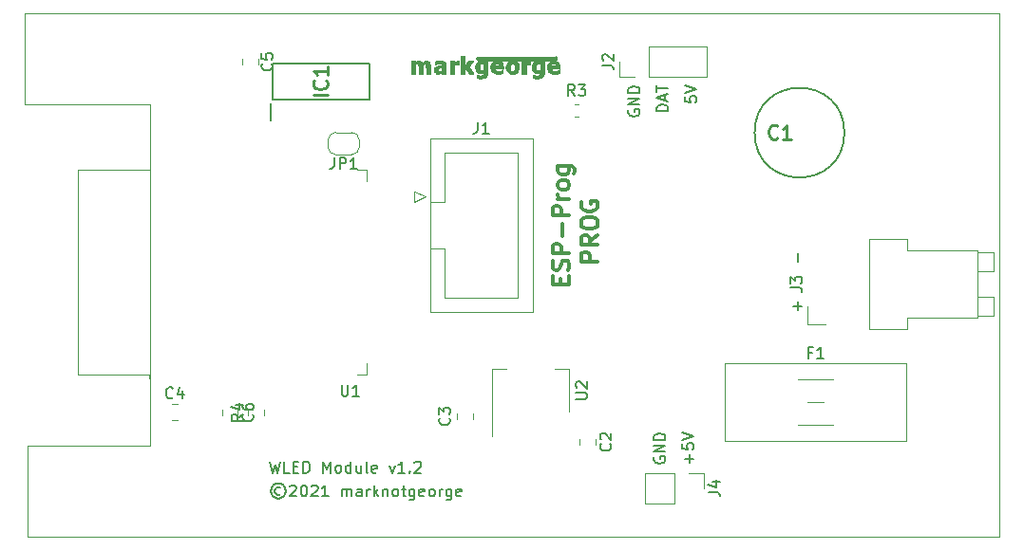
<source format=gbr>
%TF.GenerationSoftware,KiCad,Pcbnew,(5.1.4)-1*%
%TF.CreationDate,2021-02-10T09:57:32+00:00*%
%TF.ProjectId,WLED Module,574c4544-204d-46f6-9475-6c652e6b6963,rev?*%
%TF.SameCoordinates,Original*%
%TF.FileFunction,Legend,Top*%
%TF.FilePolarity,Positive*%
%FSLAX46Y46*%
G04 Gerber Fmt 4.6, Leading zero omitted, Abs format (unit mm)*
G04 Created by KiCad (PCBNEW (5.1.4)-1) date 2021-02-10 09:57:32*
%MOMM*%
%LPD*%
G04 APERTURE LIST*
%ADD10C,0.300000*%
%ADD11C,0.150000*%
%ADD12C,0.050000*%
%ADD13C,0.010000*%
%ADD14C,0.120000*%
%ADD15C,0.200000*%
%ADD16C,0.254000*%
G04 APERTURE END LIST*
D10*
X220217857Y-107530714D02*
X220217857Y-107030714D01*
X221003571Y-106816428D02*
X221003571Y-107530714D01*
X219503571Y-107530714D01*
X219503571Y-106816428D01*
X220932142Y-106245000D02*
X221003571Y-106030714D01*
X221003571Y-105673571D01*
X220932142Y-105530714D01*
X220860714Y-105459285D01*
X220717857Y-105387857D01*
X220575000Y-105387857D01*
X220432142Y-105459285D01*
X220360714Y-105530714D01*
X220289285Y-105673571D01*
X220217857Y-105959285D01*
X220146428Y-106102142D01*
X220075000Y-106173571D01*
X219932142Y-106245000D01*
X219789285Y-106245000D01*
X219646428Y-106173571D01*
X219575000Y-106102142D01*
X219503571Y-105959285D01*
X219503571Y-105602142D01*
X219575000Y-105387857D01*
X221003571Y-104745000D02*
X219503571Y-104745000D01*
X219503571Y-104173571D01*
X219575000Y-104030714D01*
X219646428Y-103959285D01*
X219789285Y-103887857D01*
X220003571Y-103887857D01*
X220146428Y-103959285D01*
X220217857Y-104030714D01*
X220289285Y-104173571D01*
X220289285Y-104745000D01*
X220432142Y-103245000D02*
X220432142Y-102102142D01*
X221003571Y-101387857D02*
X219503571Y-101387857D01*
X219503571Y-100816428D01*
X219575000Y-100673571D01*
X219646428Y-100602142D01*
X219789285Y-100530714D01*
X220003571Y-100530714D01*
X220146428Y-100602142D01*
X220217857Y-100673571D01*
X220289285Y-100816428D01*
X220289285Y-101387857D01*
X221003571Y-99887857D02*
X220003571Y-99887857D01*
X220289285Y-99887857D02*
X220146428Y-99816428D01*
X220075000Y-99745000D01*
X220003571Y-99602142D01*
X220003571Y-99459285D01*
X221003571Y-98745000D02*
X220932142Y-98887857D01*
X220860714Y-98959285D01*
X220717857Y-99030714D01*
X220289285Y-99030714D01*
X220146428Y-98959285D01*
X220075000Y-98887857D01*
X220003571Y-98745000D01*
X220003571Y-98530714D01*
X220075000Y-98387857D01*
X220146428Y-98316428D01*
X220289285Y-98245000D01*
X220717857Y-98245000D01*
X220860714Y-98316428D01*
X220932142Y-98387857D01*
X221003571Y-98530714D01*
X221003571Y-98745000D01*
X220003571Y-96959285D02*
X221217857Y-96959285D01*
X221360714Y-97030714D01*
X221432142Y-97102142D01*
X221503571Y-97245000D01*
X221503571Y-97459285D01*
X221432142Y-97602142D01*
X220932142Y-96959285D02*
X221003571Y-97102142D01*
X221003571Y-97387857D01*
X220932142Y-97530714D01*
X220860714Y-97602142D01*
X220717857Y-97673571D01*
X220289285Y-97673571D01*
X220146428Y-97602142D01*
X220075000Y-97530714D01*
X220003571Y-97387857D01*
X220003571Y-97102142D01*
X220075000Y-96959285D01*
X223553571Y-105495000D02*
X222053571Y-105495000D01*
X222053571Y-104923571D01*
X222125000Y-104780714D01*
X222196428Y-104709285D01*
X222339285Y-104637857D01*
X222553571Y-104637857D01*
X222696428Y-104709285D01*
X222767857Y-104780714D01*
X222839285Y-104923571D01*
X222839285Y-105495000D01*
X223553571Y-103137857D02*
X222839285Y-103637857D01*
X223553571Y-103995000D02*
X222053571Y-103995000D01*
X222053571Y-103423571D01*
X222125000Y-103280714D01*
X222196428Y-103209285D01*
X222339285Y-103137857D01*
X222553571Y-103137857D01*
X222696428Y-103209285D01*
X222767857Y-103280714D01*
X222839285Y-103423571D01*
X222839285Y-103995000D01*
X222053571Y-102209285D02*
X222053571Y-101923571D01*
X222125000Y-101780714D01*
X222267857Y-101637857D01*
X222553571Y-101566428D01*
X223053571Y-101566428D01*
X223339285Y-101637857D01*
X223482142Y-101780714D01*
X223553571Y-101923571D01*
X223553571Y-102209285D01*
X223482142Y-102352142D01*
X223339285Y-102495000D01*
X223053571Y-102566428D01*
X222553571Y-102566428D01*
X222267857Y-102495000D01*
X222125000Y-102352142D01*
X222053571Y-102209285D01*
X222125000Y-100137857D02*
X222053571Y-100280714D01*
X222053571Y-100495000D01*
X222125000Y-100709285D01*
X222267857Y-100852142D01*
X222410714Y-100923571D01*
X222696428Y-100995000D01*
X222910714Y-100995000D01*
X223196428Y-100923571D01*
X223339285Y-100852142D01*
X223482142Y-100709285D01*
X223553571Y-100495000D01*
X223553571Y-100352142D01*
X223482142Y-100137857D01*
X223410714Y-100066428D01*
X222910714Y-100066428D01*
X222910714Y-100352142D01*
D11*
X241371428Y-109854952D02*
X241371428Y-109093047D01*
X241752380Y-109474000D02*
X240990476Y-109474000D01*
X241371428Y-105536952D02*
X241371428Y-104775047D01*
D12*
X254254000Y-130048000D02*
X259334000Y-130048000D01*
X172466000Y-83312000D02*
X259334000Y-83312000D01*
X259334000Y-83312000D02*
X259334000Y-130048000D01*
X183642000Y-91440000D02*
X182880000Y-91440000D01*
D11*
X195257142Y-125690476D02*
X195161904Y-125642857D01*
X194971428Y-125642857D01*
X194876190Y-125690476D01*
X194780952Y-125785714D01*
X194733333Y-125880952D01*
X194733333Y-126071428D01*
X194780952Y-126166666D01*
X194876190Y-126261904D01*
X194971428Y-126309523D01*
X195161904Y-126309523D01*
X195257142Y-126261904D01*
X195066666Y-125309523D02*
X194828571Y-125357142D01*
X194590476Y-125500000D01*
X194447619Y-125738095D01*
X194400000Y-125976190D01*
X194447619Y-126214285D01*
X194590476Y-126452380D01*
X194828571Y-126595238D01*
X195066666Y-126642857D01*
X195304761Y-126595238D01*
X195542857Y-126452380D01*
X195685714Y-126214285D01*
X195733333Y-125976190D01*
X195685714Y-125738095D01*
X195542857Y-125500000D01*
X195304761Y-125357142D01*
X195066666Y-125309523D01*
X196114285Y-125547619D02*
X196161904Y-125500000D01*
X196257142Y-125452380D01*
X196495238Y-125452380D01*
X196590476Y-125500000D01*
X196638095Y-125547619D01*
X196685714Y-125642857D01*
X196685714Y-125738095D01*
X196638095Y-125880952D01*
X196066666Y-126452380D01*
X196685714Y-126452380D01*
X197304761Y-125452380D02*
X197400000Y-125452380D01*
X197495238Y-125500000D01*
X197542857Y-125547619D01*
X197590476Y-125642857D01*
X197638095Y-125833333D01*
X197638095Y-126071428D01*
X197590476Y-126261904D01*
X197542857Y-126357142D01*
X197495238Y-126404761D01*
X197400000Y-126452380D01*
X197304761Y-126452380D01*
X197209523Y-126404761D01*
X197161904Y-126357142D01*
X197114285Y-126261904D01*
X197066666Y-126071428D01*
X197066666Y-125833333D01*
X197114285Y-125642857D01*
X197161904Y-125547619D01*
X197209523Y-125500000D01*
X197304761Y-125452380D01*
X198019047Y-125547619D02*
X198066666Y-125500000D01*
X198161904Y-125452380D01*
X198400000Y-125452380D01*
X198495238Y-125500000D01*
X198542857Y-125547619D01*
X198590476Y-125642857D01*
X198590476Y-125738095D01*
X198542857Y-125880952D01*
X197971428Y-126452380D01*
X198590476Y-126452380D01*
X199542857Y-126452380D02*
X198971428Y-126452380D01*
X199257142Y-126452380D02*
X199257142Y-125452380D01*
X199161904Y-125595238D01*
X199066666Y-125690476D01*
X198971428Y-125738095D01*
X200733333Y-126452380D02*
X200733333Y-125785714D01*
X200733333Y-125880952D02*
X200780952Y-125833333D01*
X200876190Y-125785714D01*
X201019047Y-125785714D01*
X201114285Y-125833333D01*
X201161904Y-125928571D01*
X201161904Y-126452380D01*
X201161904Y-125928571D02*
X201209523Y-125833333D01*
X201304761Y-125785714D01*
X201447619Y-125785714D01*
X201542857Y-125833333D01*
X201590476Y-125928571D01*
X201590476Y-126452380D01*
X202495238Y-126452380D02*
X202495238Y-125928571D01*
X202447619Y-125833333D01*
X202352380Y-125785714D01*
X202161904Y-125785714D01*
X202066666Y-125833333D01*
X202495238Y-126404761D02*
X202400000Y-126452380D01*
X202161904Y-126452380D01*
X202066666Y-126404761D01*
X202019047Y-126309523D01*
X202019047Y-126214285D01*
X202066666Y-126119047D01*
X202161904Y-126071428D01*
X202400000Y-126071428D01*
X202495238Y-126023809D01*
X202971428Y-126452380D02*
X202971428Y-125785714D01*
X202971428Y-125976190D02*
X203019047Y-125880952D01*
X203066666Y-125833333D01*
X203161904Y-125785714D01*
X203257142Y-125785714D01*
X203590476Y-126452380D02*
X203590476Y-125452380D01*
X203685714Y-126071428D02*
X203971428Y-126452380D01*
X203971428Y-125785714D02*
X203590476Y-126166666D01*
X204400000Y-125785714D02*
X204400000Y-126452380D01*
X204400000Y-125880952D02*
X204447619Y-125833333D01*
X204542857Y-125785714D01*
X204685714Y-125785714D01*
X204780952Y-125833333D01*
X204828571Y-125928571D01*
X204828571Y-126452380D01*
X205447619Y-126452380D02*
X205352380Y-126404761D01*
X205304761Y-126357142D01*
X205257142Y-126261904D01*
X205257142Y-125976190D01*
X205304761Y-125880952D01*
X205352380Y-125833333D01*
X205447619Y-125785714D01*
X205590476Y-125785714D01*
X205685714Y-125833333D01*
X205733333Y-125880952D01*
X205780952Y-125976190D01*
X205780952Y-126261904D01*
X205733333Y-126357142D01*
X205685714Y-126404761D01*
X205590476Y-126452380D01*
X205447619Y-126452380D01*
X206066666Y-125785714D02*
X206447619Y-125785714D01*
X206209523Y-125452380D02*
X206209523Y-126309523D01*
X206257142Y-126404761D01*
X206352380Y-126452380D01*
X206447619Y-126452380D01*
X207209523Y-125785714D02*
X207209523Y-126595238D01*
X207161904Y-126690476D01*
X207114285Y-126738095D01*
X207019047Y-126785714D01*
X206876190Y-126785714D01*
X206780952Y-126738095D01*
X207209523Y-126404761D02*
X207114285Y-126452380D01*
X206923809Y-126452380D01*
X206828571Y-126404761D01*
X206780952Y-126357142D01*
X206733333Y-126261904D01*
X206733333Y-125976190D01*
X206780952Y-125880952D01*
X206828571Y-125833333D01*
X206923809Y-125785714D01*
X207114285Y-125785714D01*
X207209523Y-125833333D01*
X208066666Y-126404761D02*
X207971428Y-126452380D01*
X207780952Y-126452380D01*
X207685714Y-126404761D01*
X207638095Y-126309523D01*
X207638095Y-125928571D01*
X207685714Y-125833333D01*
X207780952Y-125785714D01*
X207971428Y-125785714D01*
X208066666Y-125833333D01*
X208114285Y-125928571D01*
X208114285Y-126023809D01*
X207638095Y-126119047D01*
X208685714Y-126452380D02*
X208590476Y-126404761D01*
X208542857Y-126357142D01*
X208495238Y-126261904D01*
X208495238Y-125976190D01*
X208542857Y-125880952D01*
X208590476Y-125833333D01*
X208685714Y-125785714D01*
X208828571Y-125785714D01*
X208923809Y-125833333D01*
X208971428Y-125880952D01*
X209019047Y-125976190D01*
X209019047Y-126261904D01*
X208971428Y-126357142D01*
X208923809Y-126404761D01*
X208828571Y-126452380D01*
X208685714Y-126452380D01*
X209447619Y-126452380D02*
X209447619Y-125785714D01*
X209447619Y-125976190D02*
X209495238Y-125880952D01*
X209542857Y-125833333D01*
X209638095Y-125785714D01*
X209733333Y-125785714D01*
X210495238Y-125785714D02*
X210495238Y-126595238D01*
X210447619Y-126690476D01*
X210400000Y-126738095D01*
X210304761Y-126785714D01*
X210161904Y-126785714D01*
X210066666Y-126738095D01*
X210495238Y-126404761D02*
X210400000Y-126452380D01*
X210209523Y-126452380D01*
X210114285Y-126404761D01*
X210066666Y-126357142D01*
X210019047Y-126261904D01*
X210019047Y-125976190D01*
X210066666Y-125880952D01*
X210114285Y-125833333D01*
X210209523Y-125785714D01*
X210400000Y-125785714D01*
X210495238Y-125833333D01*
X211352380Y-126404761D02*
X211257142Y-126452380D01*
X211066666Y-126452380D01*
X210971428Y-126404761D01*
X210923809Y-126309523D01*
X210923809Y-125928571D01*
X210971428Y-125833333D01*
X211066666Y-125785714D01*
X211257142Y-125785714D01*
X211352380Y-125833333D01*
X211400000Y-125928571D01*
X211400000Y-126023809D01*
X210923809Y-126119047D01*
X194352380Y-123352380D02*
X194590476Y-124352380D01*
X194780952Y-123638095D01*
X194971428Y-124352380D01*
X195209523Y-123352380D01*
X196066666Y-124352380D02*
X195590476Y-124352380D01*
X195590476Y-123352380D01*
X196399999Y-123828571D02*
X196733333Y-123828571D01*
X196876190Y-124352380D02*
X196399999Y-124352380D01*
X196399999Y-123352380D01*
X196876190Y-123352380D01*
X197304761Y-124352380D02*
X197304761Y-123352380D01*
X197542856Y-123352380D01*
X197685714Y-123400000D01*
X197780952Y-123495238D01*
X197828571Y-123590476D01*
X197876190Y-123780952D01*
X197876190Y-123923809D01*
X197828571Y-124114285D01*
X197780952Y-124209523D01*
X197685714Y-124304761D01*
X197542856Y-124352380D01*
X197304761Y-124352380D01*
X199066666Y-124352380D02*
X199066666Y-123352380D01*
X199399999Y-124066666D01*
X199733333Y-123352380D01*
X199733333Y-124352380D01*
X200352380Y-124352380D02*
X200257142Y-124304761D01*
X200209523Y-124257142D01*
X200161904Y-124161904D01*
X200161904Y-123876190D01*
X200209523Y-123780952D01*
X200257142Y-123733333D01*
X200352380Y-123685714D01*
X200495237Y-123685714D01*
X200590476Y-123733333D01*
X200638095Y-123780952D01*
X200685714Y-123876190D01*
X200685714Y-124161904D01*
X200638095Y-124257142D01*
X200590476Y-124304761D01*
X200495237Y-124352380D01*
X200352380Y-124352380D01*
X201542856Y-124352380D02*
X201542856Y-123352380D01*
X201542856Y-124304761D02*
X201447618Y-124352380D01*
X201257142Y-124352380D01*
X201161904Y-124304761D01*
X201114285Y-124257142D01*
X201066666Y-124161904D01*
X201066666Y-123876190D01*
X201114285Y-123780952D01*
X201161904Y-123733333D01*
X201257142Y-123685714D01*
X201447618Y-123685714D01*
X201542856Y-123733333D01*
X202447618Y-123685714D02*
X202447618Y-124352380D01*
X202019047Y-123685714D02*
X202019047Y-124209523D01*
X202066666Y-124304761D01*
X202161904Y-124352380D01*
X202304761Y-124352380D01*
X202399999Y-124304761D01*
X202447618Y-124257142D01*
X203066666Y-124352380D02*
X202971428Y-124304761D01*
X202923809Y-124209523D01*
X202923809Y-123352380D01*
X203828571Y-124304761D02*
X203733333Y-124352380D01*
X203542856Y-124352380D01*
X203447618Y-124304761D01*
X203399999Y-124209523D01*
X203399999Y-123828571D01*
X203447618Y-123733333D01*
X203542856Y-123685714D01*
X203733333Y-123685714D01*
X203828571Y-123733333D01*
X203876190Y-123828571D01*
X203876190Y-123923809D01*
X203399999Y-124019047D01*
X204971428Y-123685714D02*
X205209523Y-124352380D01*
X205447618Y-123685714D01*
X206352380Y-124352380D02*
X205780952Y-124352380D01*
X206066666Y-124352380D02*
X206066666Y-123352380D01*
X205971428Y-123495238D01*
X205876190Y-123590476D01*
X205780952Y-123638095D01*
X206780952Y-124257142D02*
X206828571Y-124304761D01*
X206780952Y-124352380D01*
X206733333Y-124304761D01*
X206780952Y-124257142D01*
X206780952Y-124352380D01*
X207209523Y-123447619D02*
X207257142Y-123400000D01*
X207352380Y-123352380D01*
X207590476Y-123352380D01*
X207685714Y-123400000D01*
X207733333Y-123447619D01*
X207780952Y-123542857D01*
X207780952Y-123638095D01*
X207733333Y-123780952D01*
X207161904Y-124352380D01*
X207780952Y-124352380D01*
X231719428Y-123459714D02*
X231719428Y-122697809D01*
X232100380Y-123078761D02*
X231338476Y-123078761D01*
X231100380Y-121745428D02*
X231100380Y-122221619D01*
X231576571Y-122269238D01*
X231528952Y-122221619D01*
X231481333Y-122126380D01*
X231481333Y-121888285D01*
X231528952Y-121793047D01*
X231576571Y-121745428D01*
X231671809Y-121697809D01*
X231909904Y-121697809D01*
X232005142Y-121745428D01*
X232052761Y-121793047D01*
X232100380Y-121888285D01*
X232100380Y-122126380D01*
X232052761Y-122221619D01*
X232005142Y-122269238D01*
X231100380Y-121412095D02*
X232100380Y-121078761D01*
X231100380Y-120745428D01*
X228608000Y-122935904D02*
X228560380Y-123031142D01*
X228560380Y-123174000D01*
X228608000Y-123316857D01*
X228703238Y-123412095D01*
X228798476Y-123459714D01*
X228988952Y-123507333D01*
X229131809Y-123507333D01*
X229322285Y-123459714D01*
X229417523Y-123412095D01*
X229512761Y-123316857D01*
X229560380Y-123174000D01*
X229560380Y-123078761D01*
X229512761Y-122935904D01*
X229465142Y-122888285D01*
X229131809Y-122888285D01*
X229131809Y-123078761D01*
X229560380Y-122459714D02*
X228560380Y-122459714D01*
X229560380Y-121888285D01*
X228560380Y-121888285D01*
X229560380Y-121412095D02*
X228560380Y-121412095D01*
X228560380Y-121174000D01*
X228608000Y-121031142D01*
X228703238Y-120935904D01*
X228798476Y-120888285D01*
X228988952Y-120840666D01*
X229131809Y-120840666D01*
X229322285Y-120888285D01*
X229417523Y-120935904D01*
X229512761Y-121031142D01*
X229560380Y-121174000D01*
X229560380Y-121412095D01*
X231354380Y-90757428D02*
X231354380Y-91233618D01*
X231830571Y-91281237D01*
X231782952Y-91233618D01*
X231735333Y-91138380D01*
X231735333Y-90900285D01*
X231782952Y-90805047D01*
X231830571Y-90757428D01*
X231925809Y-90709809D01*
X232163904Y-90709809D01*
X232259142Y-90757428D01*
X232306761Y-90805047D01*
X232354380Y-90900285D01*
X232354380Y-91138380D01*
X232306761Y-91233618D01*
X232259142Y-91281237D01*
X231354380Y-90424094D02*
X232354380Y-90090761D01*
X231354380Y-89757428D01*
X229814380Y-92043142D02*
X228814380Y-92043142D01*
X228814380Y-91805047D01*
X228862000Y-91662190D01*
X228957238Y-91566952D01*
X229052476Y-91519333D01*
X229242952Y-91471714D01*
X229385809Y-91471714D01*
X229576285Y-91519333D01*
X229671523Y-91566952D01*
X229766761Y-91662190D01*
X229814380Y-91805047D01*
X229814380Y-92043142D01*
X229528666Y-91090761D02*
X229528666Y-90614571D01*
X229814380Y-91185999D02*
X228814380Y-90852666D01*
X229814380Y-90519333D01*
X228814380Y-90328856D02*
X228814380Y-89757428D01*
X229814380Y-90043142D02*
X228814380Y-90043142D01*
X226322000Y-91947904D02*
X226274380Y-92043142D01*
X226274380Y-92186000D01*
X226322000Y-92328857D01*
X226417238Y-92424095D01*
X226512476Y-92471714D01*
X226702952Y-92519333D01*
X226845809Y-92519333D01*
X227036285Y-92471714D01*
X227131523Y-92424095D01*
X227226761Y-92328857D01*
X227274380Y-92186000D01*
X227274380Y-92090761D01*
X227226761Y-91947904D01*
X227179142Y-91900285D01*
X226845809Y-91900285D01*
X226845809Y-92090761D01*
X227274380Y-91471714D02*
X226274380Y-91471714D01*
X227274380Y-90900285D01*
X226274380Y-90900285D01*
X227274380Y-90424095D02*
X226274380Y-90424095D01*
X226274380Y-90186000D01*
X226322000Y-90043142D01*
X226417238Y-89947904D01*
X226512476Y-89900285D01*
X226702952Y-89852666D01*
X226845809Y-89852666D01*
X227036285Y-89900285D01*
X227131523Y-89947904D01*
X227226761Y-90043142D01*
X227274380Y-90186000D01*
X227274380Y-90424095D01*
D12*
X183642000Y-121920000D02*
X183642000Y-91440000D01*
X182880000Y-121920000D02*
X183642000Y-121920000D01*
X254254000Y-130048000D02*
X172720000Y-130048000D01*
X172466000Y-91440000D02*
X172466000Y-83312000D01*
X182880000Y-91440000D02*
X172466000Y-91440000D01*
X172720000Y-121920000D02*
X182880000Y-121920000D01*
X172720000Y-130048000D02*
X172720000Y-121920000D01*
D13*
G36*
X219797246Y-87178802D02*
G01*
X219827484Y-87192081D01*
X219881338Y-87233757D01*
X219913133Y-87290242D01*
X219922770Y-87353783D01*
X219910153Y-87416623D01*
X219875187Y-87471009D01*
X219831356Y-87503069D01*
X219823896Y-87506203D01*
X219813640Y-87509093D01*
X219799333Y-87511749D01*
X219779722Y-87514179D01*
X219753551Y-87516395D01*
X219719567Y-87518407D01*
X219676516Y-87520223D01*
X219623143Y-87521853D01*
X219558194Y-87523309D01*
X219480414Y-87524599D01*
X219388551Y-87525734D01*
X219281348Y-87526723D01*
X219157553Y-87527576D01*
X219015911Y-87528303D01*
X218855168Y-87528914D01*
X218674069Y-87529419D01*
X218471360Y-87529828D01*
X218245787Y-87530151D01*
X217996097Y-87530397D01*
X217721033Y-87530576D01*
X217419344Y-87530699D01*
X217089773Y-87530775D01*
X216731067Y-87530813D01*
X216341972Y-87530825D01*
X216307500Y-87530825D01*
X215915767Y-87530815D01*
X215554530Y-87530779D01*
X215222534Y-87530707D01*
X214918526Y-87530589D01*
X214641251Y-87530415D01*
X214389455Y-87530175D01*
X214161884Y-87529859D01*
X213957282Y-87529458D01*
X213774398Y-87528961D01*
X213611975Y-87528359D01*
X213468760Y-87527642D01*
X213343498Y-87526800D01*
X213234936Y-87525823D01*
X213141819Y-87524701D01*
X213062893Y-87523425D01*
X212996903Y-87521984D01*
X212942596Y-87520368D01*
X212898717Y-87518568D01*
X212864012Y-87516574D01*
X212837227Y-87514376D01*
X212817107Y-87511964D01*
X212802399Y-87509328D01*
X212791848Y-87506458D01*
X212784199Y-87503344D01*
X212783643Y-87503069D01*
X212731742Y-87461942D01*
X212702902Y-87407601D01*
X212696946Y-87347769D01*
X212713696Y-87290172D01*
X212752976Y-87242536D01*
X212790106Y-87220741D01*
X212799582Y-87218065D01*
X212815504Y-87215598D01*
X212839092Y-87213332D01*
X212871566Y-87211258D01*
X212914147Y-87209368D01*
X212968056Y-87207654D01*
X213034512Y-87206108D01*
X213114737Y-87204722D01*
X213209951Y-87203488D01*
X213321374Y-87202396D01*
X213450227Y-87201440D01*
X213597729Y-87200611D01*
X213765103Y-87199900D01*
X213953568Y-87199300D01*
X214164344Y-87198803D01*
X214398653Y-87198400D01*
X214657714Y-87198083D01*
X214942748Y-87197843D01*
X215254975Y-87197674D01*
X215595617Y-87197565D01*
X215965893Y-87197511D01*
X216256996Y-87197499D01*
X216684843Y-87197443D01*
X217081560Y-87197271D01*
X217447766Y-87196981D01*
X217784080Y-87196570D01*
X218091123Y-87196034D01*
X218369513Y-87195371D01*
X218619870Y-87194577D01*
X218842813Y-87193649D01*
X219038962Y-87192584D01*
X219208937Y-87191380D01*
X219353356Y-87190032D01*
X219472839Y-87188538D01*
X219568006Y-87186895D01*
X219639476Y-87185100D01*
X219687869Y-87183149D01*
X219713804Y-87181039D01*
X219717958Y-87180175D01*
X219758327Y-87171401D01*
X219797246Y-87178802D01*
X219797246Y-87178802D01*
G37*
X219797246Y-87178802D02*
X219827484Y-87192081D01*
X219881338Y-87233757D01*
X219913133Y-87290242D01*
X219922770Y-87353783D01*
X219910153Y-87416623D01*
X219875187Y-87471009D01*
X219831356Y-87503069D01*
X219823896Y-87506203D01*
X219813640Y-87509093D01*
X219799333Y-87511749D01*
X219779722Y-87514179D01*
X219753551Y-87516395D01*
X219719567Y-87518407D01*
X219676516Y-87520223D01*
X219623143Y-87521853D01*
X219558194Y-87523309D01*
X219480414Y-87524599D01*
X219388551Y-87525734D01*
X219281348Y-87526723D01*
X219157553Y-87527576D01*
X219015911Y-87528303D01*
X218855168Y-87528914D01*
X218674069Y-87529419D01*
X218471360Y-87529828D01*
X218245787Y-87530151D01*
X217996097Y-87530397D01*
X217721033Y-87530576D01*
X217419344Y-87530699D01*
X217089773Y-87530775D01*
X216731067Y-87530813D01*
X216341972Y-87530825D01*
X216307500Y-87530825D01*
X215915767Y-87530815D01*
X215554530Y-87530779D01*
X215222534Y-87530707D01*
X214918526Y-87530589D01*
X214641251Y-87530415D01*
X214389455Y-87530175D01*
X214161884Y-87529859D01*
X213957282Y-87529458D01*
X213774398Y-87528961D01*
X213611975Y-87528359D01*
X213468760Y-87527642D01*
X213343498Y-87526800D01*
X213234936Y-87525823D01*
X213141819Y-87524701D01*
X213062893Y-87523425D01*
X212996903Y-87521984D01*
X212942596Y-87520368D01*
X212898717Y-87518568D01*
X212864012Y-87516574D01*
X212837227Y-87514376D01*
X212817107Y-87511964D01*
X212802399Y-87509328D01*
X212791848Y-87506458D01*
X212784199Y-87503344D01*
X212783643Y-87503069D01*
X212731742Y-87461942D01*
X212702902Y-87407601D01*
X212696946Y-87347769D01*
X212713696Y-87290172D01*
X212752976Y-87242536D01*
X212790106Y-87220741D01*
X212799582Y-87218065D01*
X212815504Y-87215598D01*
X212839092Y-87213332D01*
X212871566Y-87211258D01*
X212914147Y-87209368D01*
X212968056Y-87207654D01*
X213034512Y-87206108D01*
X213114737Y-87204722D01*
X213209951Y-87203488D01*
X213321374Y-87202396D01*
X213450227Y-87201440D01*
X213597729Y-87200611D01*
X213765103Y-87199900D01*
X213953568Y-87199300D01*
X214164344Y-87198803D01*
X214398653Y-87198400D01*
X214657714Y-87198083D01*
X214942748Y-87197843D01*
X215254975Y-87197674D01*
X215595617Y-87197565D01*
X215965893Y-87197511D01*
X216256996Y-87197499D01*
X216684843Y-87197443D01*
X217081560Y-87197271D01*
X217447766Y-87196981D01*
X217784080Y-87196570D01*
X218091123Y-87196034D01*
X218369513Y-87195371D01*
X218619870Y-87194577D01*
X218842813Y-87193649D01*
X219038962Y-87192584D01*
X219208937Y-87191380D01*
X219353356Y-87190032D01*
X219472839Y-87188538D01*
X219568006Y-87186895D01*
X219639476Y-87185100D01*
X219687869Y-87183149D01*
X219713804Y-87181039D01*
X219717958Y-87180175D01*
X219758327Y-87171401D01*
X219797246Y-87178802D01*
G36*
X217529875Y-87873319D02*
G01*
X217398906Y-87872800D01*
X217327120Y-87875110D01*
X217258277Y-87881687D01*
X217205811Y-87891183D01*
X217200468Y-87892690D01*
X217133000Y-87913098D01*
X217133000Y-88705625D01*
X216767875Y-88705625D01*
X216767875Y-87578500D01*
X217133000Y-87578500D01*
X217133000Y-87649937D01*
X217136206Y-87699111D01*
X217147178Y-87718688D01*
X217167942Y-87710298D01*
X217185944Y-87692517D01*
X217233218Y-87655380D01*
X217300376Y-87621133D01*
X217375626Y-87594806D01*
X217446281Y-87581500D01*
X217529875Y-87574568D01*
X217529875Y-87873319D01*
X217529875Y-87873319D01*
G37*
X217529875Y-87873319D02*
X217398906Y-87872800D01*
X217327120Y-87875110D01*
X217258277Y-87881687D01*
X217205811Y-87891183D01*
X217200468Y-87892690D01*
X217133000Y-87913098D01*
X217133000Y-88705625D01*
X216767875Y-88705625D01*
X216767875Y-87578500D01*
X217133000Y-87578500D01*
X217133000Y-87649937D01*
X217136206Y-87699111D01*
X217147178Y-87718688D01*
X217167942Y-87710298D01*
X217185944Y-87692517D01*
X217233218Y-87655380D01*
X217300376Y-87621133D01*
X217375626Y-87594806D01*
X217446281Y-87581500D01*
X217529875Y-87574568D01*
X217529875Y-87873319D01*
G36*
X211707459Y-87574416D02*
G01*
X211711687Y-87998958D01*
X211870437Y-87788775D01*
X212029187Y-87578591D01*
X212231593Y-87578545D01*
X212307570Y-87579201D01*
X212370539Y-87581025D01*
X212414550Y-87583749D01*
X212433651Y-87587108D01*
X212434000Y-87587646D01*
X212424434Y-87602304D01*
X212397889Y-87637336D01*
X212357592Y-87688628D01*
X212306772Y-87752063D01*
X212256562Y-87813864D01*
X212198135Y-87885425D01*
X212146227Y-87949156D01*
X212104380Y-88000699D01*
X212076133Y-88035692D01*
X212065514Y-88049099D01*
X212069535Y-88068698D01*
X212091609Y-88112706D01*
X212131026Y-88179916D01*
X212187081Y-88269122D01*
X212258826Y-88378759D01*
X212317120Y-88466825D01*
X212369057Y-88545888D01*
X212412202Y-88612188D01*
X212444118Y-88661967D01*
X212462367Y-88691465D01*
X212465750Y-88697941D01*
X212450861Y-88700809D01*
X212410141Y-88703191D01*
X212349506Y-88704864D01*
X212274873Y-88705607D01*
X212260947Y-88705625D01*
X212056145Y-88705625D01*
X211915666Y-88480684D01*
X211868093Y-88404646D01*
X211825911Y-88337483D01*
X211792195Y-88284073D01*
X211770019Y-88249288D01*
X211762979Y-88238590D01*
X211745477Y-88234630D01*
X211727260Y-88252252D01*
X211716970Y-88273813D01*
X211709970Y-88310055D01*
X211705787Y-88365877D01*
X211703943Y-88446179D01*
X211703750Y-88494346D01*
X211703750Y-88705625D01*
X211338625Y-88705625D01*
X211338625Y-87149875D01*
X211703231Y-87149875D01*
X211707459Y-87574416D01*
X211707459Y-87574416D01*
G37*
X211707459Y-87574416D02*
X211711687Y-87998958D01*
X211870437Y-87788775D01*
X212029187Y-87578591D01*
X212231593Y-87578545D01*
X212307570Y-87579201D01*
X212370539Y-87581025D01*
X212414550Y-87583749D01*
X212433651Y-87587108D01*
X212434000Y-87587646D01*
X212424434Y-87602304D01*
X212397889Y-87637336D01*
X212357592Y-87688628D01*
X212306772Y-87752063D01*
X212256562Y-87813864D01*
X212198135Y-87885425D01*
X212146227Y-87949156D01*
X212104380Y-88000699D01*
X212076133Y-88035692D01*
X212065514Y-88049099D01*
X212069535Y-88068698D01*
X212091609Y-88112706D01*
X212131026Y-88179916D01*
X212187081Y-88269122D01*
X212258826Y-88378759D01*
X212317120Y-88466825D01*
X212369057Y-88545888D01*
X212412202Y-88612188D01*
X212444118Y-88661967D01*
X212462367Y-88691465D01*
X212465750Y-88697941D01*
X212450861Y-88700809D01*
X212410141Y-88703191D01*
X212349506Y-88704864D01*
X212274873Y-88705607D01*
X212260947Y-88705625D01*
X212056145Y-88705625D01*
X211915666Y-88480684D01*
X211868093Y-88404646D01*
X211825911Y-88337483D01*
X211792195Y-88284073D01*
X211770019Y-88249288D01*
X211762979Y-88238590D01*
X211745477Y-88234630D01*
X211727260Y-88252252D01*
X211716970Y-88273813D01*
X211709970Y-88310055D01*
X211705787Y-88365877D01*
X211703943Y-88446179D01*
X211703750Y-88494346D01*
X211703750Y-88705625D01*
X211338625Y-88705625D01*
X211338625Y-87149875D01*
X211703231Y-87149875D01*
X211707459Y-87574416D01*
G36*
X211132250Y-87873319D02*
G01*
X211001281Y-87872800D01*
X210929495Y-87875110D01*
X210860652Y-87881687D01*
X210808186Y-87891183D01*
X210802843Y-87892690D01*
X210735375Y-87913098D01*
X210735375Y-88705625D01*
X210370250Y-88705625D01*
X210370250Y-87578500D01*
X210735375Y-87578500D01*
X210735375Y-87649937D01*
X210738581Y-87699111D01*
X210749553Y-87718688D01*
X210770317Y-87710298D01*
X210788319Y-87692517D01*
X210835593Y-87655380D01*
X210902751Y-87621133D01*
X210978001Y-87594806D01*
X211048656Y-87581500D01*
X211132250Y-87574568D01*
X211132250Y-87873319D01*
X211132250Y-87873319D01*
G37*
X211132250Y-87873319D02*
X211001281Y-87872800D01*
X210929495Y-87875110D01*
X210860652Y-87881687D01*
X210808186Y-87891183D01*
X210802843Y-87892690D01*
X210735375Y-87913098D01*
X210735375Y-88705625D01*
X210370250Y-88705625D01*
X210370250Y-87578500D01*
X210735375Y-87578500D01*
X210735375Y-87649937D01*
X210738581Y-87699111D01*
X210749553Y-87718688D01*
X210770317Y-87710298D01*
X210788319Y-87692517D01*
X210835593Y-87655380D01*
X210902751Y-87621133D01*
X210978001Y-87594806D01*
X211048656Y-87581500D01*
X211132250Y-87574568D01*
X211132250Y-87873319D01*
G36*
X208352437Y-87559636D02*
G01*
X208435928Y-87597909D01*
X208507121Y-87663395D01*
X208549289Y-87727340D01*
X208559490Y-87747777D01*
X208567558Y-87769208D01*
X208573794Y-87795569D01*
X208578501Y-87830798D01*
X208581981Y-87878833D01*
X208584537Y-87943612D01*
X208586472Y-88029071D01*
X208588087Y-88139148D01*
X208589371Y-88249218D01*
X208594429Y-88705625D01*
X208243000Y-88705625D01*
X208242911Y-88352406D01*
X208242199Y-88216820D01*
X208239785Y-88109291D01*
X208235132Y-88026145D01*
X208227708Y-87963711D01*
X208216978Y-87918317D01*
X208202409Y-87886290D01*
X208183465Y-87863959D01*
X208170439Y-87854117D01*
X208120162Y-87837363D01*
X208056952Y-87838254D01*
X207993540Y-87855738D01*
X207964582Y-87871123D01*
X207925500Y-87896731D01*
X207925500Y-88705625D01*
X207576250Y-88705625D01*
X207575434Y-88407968D01*
X207574298Y-88261802D01*
X207571522Y-88144086D01*
X207566725Y-88051545D01*
X207559527Y-87980903D01*
X207549548Y-87928885D01*
X207536408Y-87892217D01*
X207519726Y-87867623D01*
X207511879Y-87860352D01*
X207463829Y-87839475D01*
X207401772Y-87836599D01*
X207337455Y-87851161D01*
X207298666Y-87870577D01*
X207258750Y-87896731D01*
X207258750Y-88705625D01*
X206893625Y-88705625D01*
X206893625Y-87578500D01*
X207258750Y-87578500D01*
X207258750Y-87691240D01*
X207310795Y-87651543D01*
X207407809Y-87592289D01*
X207507228Y-87558229D01*
X207604527Y-87549134D01*
X207695178Y-87564777D01*
X207774656Y-87604928D01*
X207838434Y-87669358D01*
X207844703Y-87678534D01*
X207882968Y-87736900D01*
X207949149Y-87682670D01*
X208055004Y-87610094D01*
X208159292Y-87565529D01*
X208259331Y-87548776D01*
X208352437Y-87559636D01*
X208352437Y-87559636D01*
G37*
X208352437Y-87559636D02*
X208435928Y-87597909D01*
X208507121Y-87663395D01*
X208549289Y-87727340D01*
X208559490Y-87747777D01*
X208567558Y-87769208D01*
X208573794Y-87795569D01*
X208578501Y-87830798D01*
X208581981Y-87878833D01*
X208584537Y-87943612D01*
X208586472Y-88029071D01*
X208588087Y-88139148D01*
X208589371Y-88249218D01*
X208594429Y-88705625D01*
X208243000Y-88705625D01*
X208242911Y-88352406D01*
X208242199Y-88216820D01*
X208239785Y-88109291D01*
X208235132Y-88026145D01*
X208227708Y-87963711D01*
X208216978Y-87918317D01*
X208202409Y-87886290D01*
X208183465Y-87863959D01*
X208170439Y-87854117D01*
X208120162Y-87837363D01*
X208056952Y-87838254D01*
X207993540Y-87855738D01*
X207964582Y-87871123D01*
X207925500Y-87896731D01*
X207925500Y-88705625D01*
X207576250Y-88705625D01*
X207575434Y-88407968D01*
X207574298Y-88261802D01*
X207571522Y-88144086D01*
X207566725Y-88051545D01*
X207559527Y-87980903D01*
X207549548Y-87928885D01*
X207536408Y-87892217D01*
X207519726Y-87867623D01*
X207511879Y-87860352D01*
X207463829Y-87839475D01*
X207401772Y-87836599D01*
X207337455Y-87851161D01*
X207298666Y-87870577D01*
X207258750Y-87896731D01*
X207258750Y-88705625D01*
X206893625Y-88705625D01*
X206893625Y-87578500D01*
X207258750Y-87578500D01*
X207258750Y-87691240D01*
X207310795Y-87651543D01*
X207407809Y-87592289D01*
X207507228Y-87558229D01*
X207604527Y-87549134D01*
X207695178Y-87564777D01*
X207774656Y-87604928D01*
X207838434Y-87669358D01*
X207844703Y-87678534D01*
X207882968Y-87736900D01*
X207949149Y-87682670D01*
X208055004Y-87610094D01*
X208159292Y-87565529D01*
X208259331Y-87548776D01*
X208352437Y-87559636D01*
G36*
X219693673Y-87551246D02*
G01*
X219817495Y-87570555D01*
X219917883Y-87608601D01*
X219998591Y-87667719D01*
X220063369Y-87750243D01*
X220089159Y-87797331D01*
X220114155Y-87851848D01*
X220130140Y-87899648D01*
X220139585Y-87951918D01*
X220144964Y-88019840D01*
X220146675Y-88057466D01*
X220152942Y-88213500D01*
X219383095Y-88213500D01*
X219392695Y-88272658D01*
X219420043Y-88350614D01*
X219473371Y-88411096D01*
X219551695Y-88453393D01*
X219654032Y-88476794D01*
X219678734Y-88479262D01*
X219799040Y-88474769D01*
X219922020Y-88444660D01*
X220031380Y-88394523D01*
X220077068Y-88369051D01*
X220106687Y-88359209D01*
X220123445Y-88368536D01*
X220130552Y-88400566D01*
X220131216Y-88458836D01*
X220130001Y-88503218D01*
X220125437Y-88650062D01*
X220014312Y-88687634D01*
X219932562Y-88708130D01*
X219831167Y-88723026D01*
X219721273Y-88731625D01*
X219614029Y-88733226D01*
X219520583Y-88727131D01*
X219482500Y-88720976D01*
X219394481Y-88694083D01*
X219304463Y-88652345D01*
X219223316Y-88601707D01*
X219161909Y-88548109D01*
X219157855Y-88543499D01*
X219091960Y-88443157D01*
X219049114Y-88327157D01*
X219029159Y-88201507D01*
X219031935Y-88072215D01*
X219044934Y-88007125D01*
X219387250Y-88007125D01*
X219800000Y-88007125D01*
X219800000Y-87965867D01*
X219788543Y-87905287D01*
X219758954Y-87846261D01*
X219718400Y-87801682D01*
X219703397Y-87792113D01*
X219633487Y-87771214D01*
X219561605Y-87775109D01*
X219494400Y-87800191D01*
X219438520Y-87842857D01*
X219400615Y-87899503D01*
X219387309Y-87963468D01*
X219387250Y-88007125D01*
X219044934Y-88007125D01*
X219057284Y-87945287D01*
X219105045Y-87826733D01*
X219175060Y-87722560D01*
X219179752Y-87717141D01*
X219259852Y-87648505D01*
X219362418Y-87596367D01*
X219481751Y-87562567D01*
X219612154Y-87548944D01*
X219693673Y-87551246D01*
X219693673Y-87551246D01*
G37*
X219693673Y-87551246D02*
X219817495Y-87570555D01*
X219917883Y-87608601D01*
X219998591Y-87667719D01*
X220063369Y-87750243D01*
X220089159Y-87797331D01*
X220114155Y-87851848D01*
X220130140Y-87899648D01*
X220139585Y-87951918D01*
X220144964Y-88019840D01*
X220146675Y-88057466D01*
X220152942Y-88213500D01*
X219383095Y-88213500D01*
X219392695Y-88272658D01*
X219420043Y-88350614D01*
X219473371Y-88411096D01*
X219551695Y-88453393D01*
X219654032Y-88476794D01*
X219678734Y-88479262D01*
X219799040Y-88474769D01*
X219922020Y-88444660D01*
X220031380Y-88394523D01*
X220077068Y-88369051D01*
X220106687Y-88359209D01*
X220123445Y-88368536D01*
X220130552Y-88400566D01*
X220131216Y-88458836D01*
X220130001Y-88503218D01*
X220125437Y-88650062D01*
X220014312Y-88687634D01*
X219932562Y-88708130D01*
X219831167Y-88723026D01*
X219721273Y-88731625D01*
X219614029Y-88733226D01*
X219520583Y-88727131D01*
X219482500Y-88720976D01*
X219394481Y-88694083D01*
X219304463Y-88652345D01*
X219223316Y-88601707D01*
X219161909Y-88548109D01*
X219157855Y-88543499D01*
X219091960Y-88443157D01*
X219049114Y-88327157D01*
X219029159Y-88201507D01*
X219031935Y-88072215D01*
X219044934Y-88007125D01*
X219387250Y-88007125D01*
X219800000Y-88007125D01*
X219800000Y-87965867D01*
X219788543Y-87905287D01*
X219758954Y-87846261D01*
X219718400Y-87801682D01*
X219703397Y-87792113D01*
X219633487Y-87771214D01*
X219561605Y-87775109D01*
X219494400Y-87800191D01*
X219438520Y-87842857D01*
X219400615Y-87899503D01*
X219387309Y-87963468D01*
X219387250Y-88007125D01*
X219044934Y-88007125D01*
X219057284Y-87945287D01*
X219105045Y-87826733D01*
X219175060Y-87722560D01*
X219179752Y-87717141D01*
X219259852Y-87648505D01*
X219362418Y-87596367D01*
X219481751Y-87562567D01*
X219612154Y-87548944D01*
X219693673Y-87551246D01*
G36*
X216009004Y-87555406D02*
G01*
X216068415Y-87558448D01*
X216113373Y-87565137D01*
X216152517Y-87576797D01*
X216194489Y-87594754D01*
X216197747Y-87596277D01*
X216306432Y-87663319D01*
X216391843Y-87751717D01*
X216454169Y-87861742D01*
X216493598Y-87993665D01*
X216500143Y-88031723D01*
X216508894Y-88177095D01*
X216491662Y-88312327D01*
X216449879Y-88434308D01*
X216384977Y-88539927D01*
X216298390Y-88626072D01*
X216198660Y-88686441D01*
X216145558Y-88707557D01*
X216091310Y-88720815D01*
X216024864Y-88728291D01*
X215959162Y-88731388D01*
X215885107Y-88731920D01*
X215816052Y-88729294D01*
X215762965Y-88724045D01*
X215747659Y-88721085D01*
X215631094Y-88676361D01*
X215531923Y-88607091D01*
X215451885Y-88516349D01*
X215392717Y-88407209D01*
X215356157Y-88282746D01*
X215343943Y-88146035D01*
X215347524Y-88101488D01*
X215706451Y-88101488D01*
X215707144Y-88202070D01*
X215722646Y-88298246D01*
X215732726Y-88332195D01*
X215772082Y-88406639D01*
X215829179Y-88457443D01*
X215900282Y-88481695D01*
X215926500Y-88483375D01*
X215987893Y-88472031D01*
X216039246Y-88447288D01*
X216085267Y-88398966D01*
X216119104Y-88328339D01*
X216140396Y-88242567D01*
X216148781Y-88148814D01*
X216143895Y-88054240D01*
X216125377Y-87966008D01*
X216092865Y-87891279D01*
X216069016Y-87858673D01*
X216041047Y-87830677D01*
X216013578Y-87815671D01*
X215975264Y-87809673D01*
X215926500Y-87808687D01*
X215870345Y-87810197D01*
X215834550Y-87817379D01*
X215807768Y-87834213D01*
X215783983Y-87858673D01*
X215745794Y-87921252D01*
X215719642Y-88005036D01*
X215706451Y-88101488D01*
X215347524Y-88101488D01*
X215353741Y-88024156D01*
X215388255Y-87887912D01*
X215446152Y-87773043D01*
X215527342Y-87679679D01*
X215631732Y-87607951D01*
X215655252Y-87596277D01*
X215697744Y-87577831D01*
X215736805Y-87565774D01*
X215781076Y-87558781D01*
X215839197Y-87555528D01*
X215919809Y-87554690D01*
X215926500Y-87554687D01*
X216009004Y-87555406D01*
X216009004Y-87555406D01*
G37*
X216009004Y-87555406D02*
X216068415Y-87558448D01*
X216113373Y-87565137D01*
X216152517Y-87576797D01*
X216194489Y-87594754D01*
X216197747Y-87596277D01*
X216306432Y-87663319D01*
X216391843Y-87751717D01*
X216454169Y-87861742D01*
X216493598Y-87993665D01*
X216500143Y-88031723D01*
X216508894Y-88177095D01*
X216491662Y-88312327D01*
X216449879Y-88434308D01*
X216384977Y-88539927D01*
X216298390Y-88626072D01*
X216198660Y-88686441D01*
X216145558Y-88707557D01*
X216091310Y-88720815D01*
X216024864Y-88728291D01*
X215959162Y-88731388D01*
X215885107Y-88731920D01*
X215816052Y-88729294D01*
X215762965Y-88724045D01*
X215747659Y-88721085D01*
X215631094Y-88676361D01*
X215531923Y-88607091D01*
X215451885Y-88516349D01*
X215392717Y-88407209D01*
X215356157Y-88282746D01*
X215343943Y-88146035D01*
X215347524Y-88101488D01*
X215706451Y-88101488D01*
X215707144Y-88202070D01*
X215722646Y-88298246D01*
X215732726Y-88332195D01*
X215772082Y-88406639D01*
X215829179Y-88457443D01*
X215900282Y-88481695D01*
X215926500Y-88483375D01*
X215987893Y-88472031D01*
X216039246Y-88447288D01*
X216085267Y-88398966D01*
X216119104Y-88328339D01*
X216140396Y-88242567D01*
X216148781Y-88148814D01*
X216143895Y-88054240D01*
X216125377Y-87966008D01*
X216092865Y-87891279D01*
X216069016Y-87858673D01*
X216041047Y-87830677D01*
X216013578Y-87815671D01*
X215975264Y-87809673D01*
X215926500Y-87808687D01*
X215870345Y-87810197D01*
X215834550Y-87817379D01*
X215807768Y-87834213D01*
X215783983Y-87858673D01*
X215745794Y-87921252D01*
X215719642Y-88005036D01*
X215706451Y-88101488D01*
X215347524Y-88101488D01*
X215353741Y-88024156D01*
X215388255Y-87887912D01*
X215446152Y-87773043D01*
X215527342Y-87679679D01*
X215631732Y-87607951D01*
X215655252Y-87596277D01*
X215697744Y-87577831D01*
X215736805Y-87565774D01*
X215781076Y-87558781D01*
X215839197Y-87555528D01*
X215919809Y-87554690D01*
X215926500Y-87554687D01*
X216009004Y-87555406D01*
G36*
X214645423Y-87551246D02*
G01*
X214769245Y-87570555D01*
X214869633Y-87608601D01*
X214950341Y-87667719D01*
X215015119Y-87750243D01*
X215040909Y-87797331D01*
X215065905Y-87851848D01*
X215081890Y-87899648D01*
X215091335Y-87951918D01*
X215096714Y-88019840D01*
X215098425Y-88057466D01*
X215104692Y-88213500D01*
X214334845Y-88213500D01*
X214344445Y-88272658D01*
X214371793Y-88350614D01*
X214425121Y-88411096D01*
X214503445Y-88453393D01*
X214605782Y-88476794D01*
X214630484Y-88479262D01*
X214750790Y-88474769D01*
X214873770Y-88444660D01*
X214983130Y-88394523D01*
X215028818Y-88369051D01*
X215058437Y-88359209D01*
X215075195Y-88368536D01*
X215082302Y-88400566D01*
X215082966Y-88458836D01*
X215081751Y-88503218D01*
X215077187Y-88650062D01*
X214966062Y-88687634D01*
X214884312Y-88708130D01*
X214782917Y-88723026D01*
X214673023Y-88731625D01*
X214565779Y-88733226D01*
X214472333Y-88727131D01*
X214434250Y-88720976D01*
X214346231Y-88694083D01*
X214256213Y-88652345D01*
X214175066Y-88601707D01*
X214113659Y-88548109D01*
X214109605Y-88543499D01*
X214043710Y-88443157D01*
X214000864Y-88327157D01*
X213980909Y-88201507D01*
X213983685Y-88072215D01*
X213996684Y-88007125D01*
X214339000Y-88007125D01*
X214751750Y-88007125D01*
X214751750Y-87965867D01*
X214740293Y-87905287D01*
X214710704Y-87846261D01*
X214670150Y-87801682D01*
X214655147Y-87792113D01*
X214585237Y-87771214D01*
X214513355Y-87775109D01*
X214446150Y-87800191D01*
X214390270Y-87842857D01*
X214352365Y-87899503D01*
X214339059Y-87963468D01*
X214339000Y-88007125D01*
X213996684Y-88007125D01*
X214009034Y-87945287D01*
X214056795Y-87826733D01*
X214126810Y-87722560D01*
X214131502Y-87717141D01*
X214211602Y-87648505D01*
X214314168Y-87596367D01*
X214433501Y-87562567D01*
X214563904Y-87548944D01*
X214645423Y-87551246D01*
X214645423Y-87551246D01*
G37*
X214645423Y-87551246D02*
X214769245Y-87570555D01*
X214869633Y-87608601D01*
X214950341Y-87667719D01*
X215015119Y-87750243D01*
X215040909Y-87797331D01*
X215065905Y-87851848D01*
X215081890Y-87899648D01*
X215091335Y-87951918D01*
X215096714Y-88019840D01*
X215098425Y-88057466D01*
X215104692Y-88213500D01*
X214334845Y-88213500D01*
X214344445Y-88272658D01*
X214371793Y-88350614D01*
X214425121Y-88411096D01*
X214503445Y-88453393D01*
X214605782Y-88476794D01*
X214630484Y-88479262D01*
X214750790Y-88474769D01*
X214873770Y-88444660D01*
X214983130Y-88394523D01*
X215028818Y-88369051D01*
X215058437Y-88359209D01*
X215075195Y-88368536D01*
X215082302Y-88400566D01*
X215082966Y-88458836D01*
X215081751Y-88503218D01*
X215077187Y-88650062D01*
X214966062Y-88687634D01*
X214884312Y-88708130D01*
X214782917Y-88723026D01*
X214673023Y-88731625D01*
X214565779Y-88733226D01*
X214472333Y-88727131D01*
X214434250Y-88720976D01*
X214346231Y-88694083D01*
X214256213Y-88652345D01*
X214175066Y-88601707D01*
X214113659Y-88548109D01*
X214109605Y-88543499D01*
X214043710Y-88443157D01*
X214000864Y-88327157D01*
X213980909Y-88201507D01*
X213983685Y-88072215D01*
X213996684Y-88007125D01*
X214339000Y-88007125D01*
X214751750Y-88007125D01*
X214751750Y-87965867D01*
X214740293Y-87905287D01*
X214710704Y-87846261D01*
X214670150Y-87801682D01*
X214655147Y-87792113D01*
X214585237Y-87771214D01*
X214513355Y-87775109D01*
X214446150Y-87800191D01*
X214390270Y-87842857D01*
X214352365Y-87899503D01*
X214339059Y-87963468D01*
X214339000Y-88007125D01*
X213996684Y-88007125D01*
X214009034Y-87945287D01*
X214056795Y-87826733D01*
X214126810Y-87722560D01*
X214131502Y-87717141D01*
X214211602Y-87648505D01*
X214314168Y-87596367D01*
X214433501Y-87562567D01*
X214563904Y-87548944D01*
X214645423Y-87551246D01*
G36*
X209598368Y-87558219D02*
G01*
X209721004Y-87583913D01*
X209822958Y-87625025D01*
X209901268Y-87681019D01*
X209937583Y-87724373D01*
X209981312Y-87790410D01*
X209986175Y-88248017D01*
X209991038Y-88705625D01*
X209640000Y-88705625D01*
X209640000Y-88588965D01*
X209604281Y-88622432D01*
X209570017Y-88647656D01*
X209519515Y-88677254D01*
X209481250Y-88696481D01*
X209386819Y-88726920D01*
X209286405Y-88736528D01*
X209192508Y-88724437D01*
X209171687Y-88717983D01*
X209088692Y-88675310D01*
X209022690Y-88610034D01*
X208993154Y-88565681D01*
X208969473Y-88520514D01*
X208956316Y-88478306D01*
X208950923Y-88426583D01*
X208950323Y-88372250D01*
X208951988Y-88355325D01*
X209306625Y-88355325D01*
X209314646Y-88419450D01*
X209341443Y-88462316D01*
X209386000Y-88488825D01*
X209430896Y-88495516D01*
X209489762Y-88490503D01*
X209548101Y-88476141D01*
X209590219Y-88455689D01*
X209611076Y-88437581D01*
X209623990Y-88416027D01*
X209631270Y-88382965D01*
X209635223Y-88330332D01*
X209636703Y-88293301D01*
X209641345Y-88162089D01*
X209589078Y-88170870D01*
X209538167Y-88179190D01*
X209479503Y-88188469D01*
X209468792Y-88190127D01*
X209412981Y-88206598D01*
X209361854Y-88233919D01*
X209353699Y-88240212D01*
X209323677Y-88270794D01*
X209309915Y-88304526D01*
X209306625Y-88355325D01*
X208951988Y-88355325D01*
X208960836Y-88265422D01*
X208992517Y-88180143D01*
X209048238Y-88112012D01*
X209130870Y-88056630D01*
X209167860Y-88038920D01*
X209211471Y-88024614D01*
X209277690Y-88008685D01*
X209357538Y-87992733D01*
X209442037Y-87978356D01*
X209522208Y-87967151D01*
X209589073Y-87960719D01*
X209612218Y-87959809D01*
X209633820Y-87947409D01*
X209639879Y-87917645D01*
X209630666Y-87880682D01*
X209609280Y-87849405D01*
X209550141Y-87811297D01*
X209470416Y-87790904D01*
X209376101Y-87788576D01*
X209273193Y-87804667D01*
X209203437Y-87825562D01*
X209145132Y-87846380D01*
X209095931Y-87863768D01*
X209065818Y-87874200D01*
X209064531Y-87874629D01*
X209051338Y-87876114D01*
X209043115Y-87866245D01*
X209038713Y-87839491D01*
X209036984Y-87790319D01*
X209036750Y-87740797D01*
X209036750Y-87597767D01*
X209135968Y-87579015D01*
X209302890Y-87555233D01*
X209458010Y-87548480D01*
X209598368Y-87558219D01*
X209598368Y-87558219D01*
G37*
X209598368Y-87558219D02*
X209721004Y-87583913D01*
X209822958Y-87625025D01*
X209901268Y-87681019D01*
X209937583Y-87724373D01*
X209981312Y-87790410D01*
X209986175Y-88248017D01*
X209991038Y-88705625D01*
X209640000Y-88705625D01*
X209640000Y-88588965D01*
X209604281Y-88622432D01*
X209570017Y-88647656D01*
X209519515Y-88677254D01*
X209481250Y-88696481D01*
X209386819Y-88726920D01*
X209286405Y-88736528D01*
X209192508Y-88724437D01*
X209171687Y-88717983D01*
X209088692Y-88675310D01*
X209022690Y-88610034D01*
X208993154Y-88565681D01*
X208969473Y-88520514D01*
X208956316Y-88478306D01*
X208950923Y-88426583D01*
X208950323Y-88372250D01*
X208951988Y-88355325D01*
X209306625Y-88355325D01*
X209314646Y-88419450D01*
X209341443Y-88462316D01*
X209386000Y-88488825D01*
X209430896Y-88495516D01*
X209489762Y-88490503D01*
X209548101Y-88476141D01*
X209590219Y-88455689D01*
X209611076Y-88437581D01*
X209623990Y-88416027D01*
X209631270Y-88382965D01*
X209635223Y-88330332D01*
X209636703Y-88293301D01*
X209641345Y-88162089D01*
X209589078Y-88170870D01*
X209538167Y-88179190D01*
X209479503Y-88188469D01*
X209468792Y-88190127D01*
X209412981Y-88206598D01*
X209361854Y-88233919D01*
X209353699Y-88240212D01*
X209323677Y-88270794D01*
X209309915Y-88304526D01*
X209306625Y-88355325D01*
X208951988Y-88355325D01*
X208960836Y-88265422D01*
X208992517Y-88180143D01*
X209048238Y-88112012D01*
X209130870Y-88056630D01*
X209167860Y-88038920D01*
X209211471Y-88024614D01*
X209277690Y-88008685D01*
X209357538Y-87992733D01*
X209442037Y-87978356D01*
X209522208Y-87967151D01*
X209589073Y-87960719D01*
X209612218Y-87959809D01*
X209633820Y-87947409D01*
X209639879Y-87917645D01*
X209630666Y-87880682D01*
X209609280Y-87849405D01*
X209550141Y-87811297D01*
X209470416Y-87790904D01*
X209376101Y-87788576D01*
X209273193Y-87804667D01*
X209203437Y-87825562D01*
X209145132Y-87846380D01*
X209095931Y-87863768D01*
X209065818Y-87874200D01*
X209064531Y-87874629D01*
X209051338Y-87876114D01*
X209043115Y-87866245D01*
X209038713Y-87839491D01*
X209036984Y-87790319D01*
X209036750Y-87740797D01*
X209036750Y-87597767D01*
X209135968Y-87579015D01*
X209302890Y-87555233D01*
X209458010Y-87548480D01*
X209598368Y-87558219D01*
G36*
X218212376Y-87556248D02*
G01*
X218337982Y-87591353D01*
X218406968Y-87622642D01*
X218417223Y-87615517D01*
X218418875Y-87603635D01*
X218423071Y-87592500D01*
X218439115Y-87585160D01*
X218472189Y-87580876D01*
X218527473Y-87578907D01*
X218594703Y-87578500D01*
X218770531Y-87578500D01*
X218764390Y-88161906D01*
X218762634Y-88316072D01*
X218760810Y-88441929D01*
X218758731Y-88542920D01*
X218756212Y-88622487D01*
X218753068Y-88684070D01*
X218749112Y-88731111D01*
X218744160Y-88767052D01*
X218738025Y-88795335D01*
X218730521Y-88819401D01*
X218728638Y-88824552D01*
X218686364Y-88903250D01*
X218623054Y-88979572D01*
X218547798Y-89044480D01*
X218469688Y-89088934D01*
X218458427Y-89093230D01*
X218400787Y-89107194D01*
X218320685Y-89118073D01*
X218227299Y-89125425D01*
X218129807Y-89128813D01*
X218037386Y-89127797D01*
X217959214Y-89121936D01*
X217934904Y-89118302D01*
X217865580Y-89106008D01*
X217821421Y-89094934D01*
X217796798Y-89078562D01*
X217786081Y-89050376D01*
X217783643Y-89003860D01*
X217783875Y-88943447D01*
X217785101Y-88880631D01*
X217788386Y-88831989D01*
X217793137Y-88804598D01*
X217795781Y-88801077D01*
X217815439Y-88805751D01*
X217857404Y-88818022D01*
X217913822Y-88835563D01*
X217934687Y-88842244D01*
X218046828Y-88869300D01*
X218150445Y-88876766D01*
X218241245Y-88865344D01*
X218314936Y-88835735D01*
X218367226Y-88788641D01*
X218378918Y-88769644D01*
X218390195Y-88736831D01*
X218398820Y-88692627D01*
X218403724Y-88647335D01*
X218403842Y-88611254D01*
X218398106Y-88594688D01*
X218397062Y-88594500D01*
X218381062Y-88601587D01*
X218346338Y-88619790D01*
X218317370Y-88635721D01*
X218218374Y-88674883D01*
X218113940Y-88688067D01*
X218009846Y-88677026D01*
X217911869Y-88643508D01*
X217825788Y-88589266D01*
X217757381Y-88516049D01*
X217723707Y-88455853D01*
X217687841Y-88345748D01*
X217665933Y-88221108D01*
X217660247Y-88096917D01*
X217661228Y-88080134D01*
X218023092Y-88080134D01*
X218023968Y-88176730D01*
X218040457Y-88265080D01*
X218057718Y-88309301D01*
X218104766Y-88374734D01*
X218165389Y-88411471D01*
X218239600Y-88419516D01*
X218327407Y-88398872D01*
X218339178Y-88394338D01*
X218403000Y-88368802D01*
X218403000Y-87818570D01*
X218329982Y-87807620D01*
X218236244Y-87807073D01*
X218155652Y-87833766D01*
X218091626Y-87885586D01*
X218047583Y-87960420D01*
X218038573Y-87987774D01*
X218023092Y-88080134D01*
X217661228Y-88080134D01*
X217662832Y-88052714D01*
X217688514Y-87912382D01*
X217735971Y-87792779D01*
X217802702Y-87695347D01*
X217886209Y-87621534D01*
X217983990Y-87572783D01*
X218093546Y-87550539D01*
X218212376Y-87556248D01*
X218212376Y-87556248D01*
G37*
X218212376Y-87556248D02*
X218337982Y-87591353D01*
X218406968Y-87622642D01*
X218417223Y-87615517D01*
X218418875Y-87603635D01*
X218423071Y-87592500D01*
X218439115Y-87585160D01*
X218472189Y-87580876D01*
X218527473Y-87578907D01*
X218594703Y-87578500D01*
X218770531Y-87578500D01*
X218764390Y-88161906D01*
X218762634Y-88316072D01*
X218760810Y-88441929D01*
X218758731Y-88542920D01*
X218756212Y-88622487D01*
X218753068Y-88684070D01*
X218749112Y-88731111D01*
X218744160Y-88767052D01*
X218738025Y-88795335D01*
X218730521Y-88819401D01*
X218728638Y-88824552D01*
X218686364Y-88903250D01*
X218623054Y-88979572D01*
X218547798Y-89044480D01*
X218469688Y-89088934D01*
X218458427Y-89093230D01*
X218400787Y-89107194D01*
X218320685Y-89118073D01*
X218227299Y-89125425D01*
X218129807Y-89128813D01*
X218037386Y-89127797D01*
X217959214Y-89121936D01*
X217934904Y-89118302D01*
X217865580Y-89106008D01*
X217821421Y-89094934D01*
X217796798Y-89078562D01*
X217786081Y-89050376D01*
X217783643Y-89003860D01*
X217783875Y-88943447D01*
X217785101Y-88880631D01*
X217788386Y-88831989D01*
X217793137Y-88804598D01*
X217795781Y-88801077D01*
X217815439Y-88805751D01*
X217857404Y-88818022D01*
X217913822Y-88835563D01*
X217934687Y-88842244D01*
X218046828Y-88869300D01*
X218150445Y-88876766D01*
X218241245Y-88865344D01*
X218314936Y-88835735D01*
X218367226Y-88788641D01*
X218378918Y-88769644D01*
X218390195Y-88736831D01*
X218398820Y-88692627D01*
X218403724Y-88647335D01*
X218403842Y-88611254D01*
X218398106Y-88594688D01*
X218397062Y-88594500D01*
X218381062Y-88601587D01*
X218346338Y-88619790D01*
X218317370Y-88635721D01*
X218218374Y-88674883D01*
X218113940Y-88688067D01*
X218009846Y-88677026D01*
X217911869Y-88643508D01*
X217825788Y-88589266D01*
X217757381Y-88516049D01*
X217723707Y-88455853D01*
X217687841Y-88345748D01*
X217665933Y-88221108D01*
X217660247Y-88096917D01*
X217661228Y-88080134D01*
X218023092Y-88080134D01*
X218023968Y-88176730D01*
X218040457Y-88265080D01*
X218057718Y-88309301D01*
X218104766Y-88374734D01*
X218165389Y-88411471D01*
X218239600Y-88419516D01*
X218327407Y-88398872D01*
X218339178Y-88394338D01*
X218403000Y-88368802D01*
X218403000Y-87818570D01*
X218329982Y-87807620D01*
X218236244Y-87807073D01*
X218155652Y-87833766D01*
X218091626Y-87885586D01*
X218047583Y-87960420D01*
X218038573Y-87987774D01*
X218023092Y-88080134D01*
X217661228Y-88080134D01*
X217662832Y-88052714D01*
X217688514Y-87912382D01*
X217735971Y-87792779D01*
X217802702Y-87695347D01*
X217886209Y-87621534D01*
X217983990Y-87572783D01*
X218093546Y-87550539D01*
X218212376Y-87556248D01*
G36*
X213180001Y-87556248D02*
G01*
X213305607Y-87591353D01*
X213374593Y-87622642D01*
X213384848Y-87615517D01*
X213386500Y-87603635D01*
X213390696Y-87592500D01*
X213406740Y-87585160D01*
X213439814Y-87580876D01*
X213495098Y-87578907D01*
X213562328Y-87578500D01*
X213738156Y-87578500D01*
X213732015Y-88161906D01*
X213730259Y-88316072D01*
X213728435Y-88441929D01*
X213726356Y-88542920D01*
X213723837Y-88622487D01*
X213720693Y-88684070D01*
X213716737Y-88731111D01*
X213711785Y-88767052D01*
X213705650Y-88795335D01*
X213698146Y-88819401D01*
X213696263Y-88824552D01*
X213653989Y-88903250D01*
X213590679Y-88979572D01*
X213515423Y-89044480D01*
X213437313Y-89088934D01*
X213426052Y-89093230D01*
X213368412Y-89107194D01*
X213288310Y-89118073D01*
X213194924Y-89125425D01*
X213097432Y-89128813D01*
X213005011Y-89127797D01*
X212926839Y-89121936D01*
X212902529Y-89118302D01*
X212833205Y-89106008D01*
X212789046Y-89094934D01*
X212764423Y-89078562D01*
X212753706Y-89050376D01*
X212751268Y-89003860D01*
X212751500Y-88943447D01*
X212752726Y-88880631D01*
X212756011Y-88831989D01*
X212760762Y-88804598D01*
X212763406Y-88801077D01*
X212783064Y-88805751D01*
X212825029Y-88818022D01*
X212881447Y-88835563D01*
X212902312Y-88842244D01*
X213014453Y-88869300D01*
X213118070Y-88876766D01*
X213208870Y-88865344D01*
X213282561Y-88835735D01*
X213334851Y-88788641D01*
X213346543Y-88769644D01*
X213357820Y-88736831D01*
X213366445Y-88692627D01*
X213371349Y-88647335D01*
X213371467Y-88611254D01*
X213365731Y-88594688D01*
X213364687Y-88594500D01*
X213348687Y-88601587D01*
X213313963Y-88619790D01*
X213284995Y-88635721D01*
X213185999Y-88674883D01*
X213081565Y-88688067D01*
X212977471Y-88677026D01*
X212879494Y-88643508D01*
X212793413Y-88589266D01*
X212725006Y-88516049D01*
X212691332Y-88455853D01*
X212655466Y-88345748D01*
X212633558Y-88221108D01*
X212627872Y-88096917D01*
X212628853Y-88080134D01*
X212990717Y-88080134D01*
X212991593Y-88176730D01*
X213008082Y-88265080D01*
X213025343Y-88309301D01*
X213072391Y-88374734D01*
X213133014Y-88411471D01*
X213207225Y-88419516D01*
X213295032Y-88398872D01*
X213306803Y-88394338D01*
X213370625Y-88368802D01*
X213370625Y-87818570D01*
X213297607Y-87807620D01*
X213203869Y-87807073D01*
X213123277Y-87833766D01*
X213059251Y-87885586D01*
X213015208Y-87960420D01*
X213006198Y-87987774D01*
X212990717Y-88080134D01*
X212628853Y-88080134D01*
X212630457Y-88052714D01*
X212656139Y-87912382D01*
X212703596Y-87792779D01*
X212770327Y-87695347D01*
X212853834Y-87621534D01*
X212951615Y-87572783D01*
X213061171Y-87550539D01*
X213180001Y-87556248D01*
X213180001Y-87556248D01*
G37*
X213180001Y-87556248D02*
X213305607Y-87591353D01*
X213374593Y-87622642D01*
X213384848Y-87615517D01*
X213386500Y-87603635D01*
X213390696Y-87592500D01*
X213406740Y-87585160D01*
X213439814Y-87580876D01*
X213495098Y-87578907D01*
X213562328Y-87578500D01*
X213738156Y-87578500D01*
X213732015Y-88161906D01*
X213730259Y-88316072D01*
X213728435Y-88441929D01*
X213726356Y-88542920D01*
X213723837Y-88622487D01*
X213720693Y-88684070D01*
X213716737Y-88731111D01*
X213711785Y-88767052D01*
X213705650Y-88795335D01*
X213698146Y-88819401D01*
X213696263Y-88824552D01*
X213653989Y-88903250D01*
X213590679Y-88979572D01*
X213515423Y-89044480D01*
X213437313Y-89088934D01*
X213426052Y-89093230D01*
X213368412Y-89107194D01*
X213288310Y-89118073D01*
X213194924Y-89125425D01*
X213097432Y-89128813D01*
X213005011Y-89127797D01*
X212926839Y-89121936D01*
X212902529Y-89118302D01*
X212833205Y-89106008D01*
X212789046Y-89094934D01*
X212764423Y-89078562D01*
X212753706Y-89050376D01*
X212751268Y-89003860D01*
X212751500Y-88943447D01*
X212752726Y-88880631D01*
X212756011Y-88831989D01*
X212760762Y-88804598D01*
X212763406Y-88801077D01*
X212783064Y-88805751D01*
X212825029Y-88818022D01*
X212881447Y-88835563D01*
X212902312Y-88842244D01*
X213014453Y-88869300D01*
X213118070Y-88876766D01*
X213208870Y-88865344D01*
X213282561Y-88835735D01*
X213334851Y-88788641D01*
X213346543Y-88769644D01*
X213357820Y-88736831D01*
X213366445Y-88692627D01*
X213371349Y-88647335D01*
X213371467Y-88611254D01*
X213365731Y-88594688D01*
X213364687Y-88594500D01*
X213348687Y-88601587D01*
X213313963Y-88619790D01*
X213284995Y-88635721D01*
X213185999Y-88674883D01*
X213081565Y-88688067D01*
X212977471Y-88677026D01*
X212879494Y-88643508D01*
X212793413Y-88589266D01*
X212725006Y-88516049D01*
X212691332Y-88455853D01*
X212655466Y-88345748D01*
X212633558Y-88221108D01*
X212627872Y-88096917D01*
X212628853Y-88080134D01*
X212990717Y-88080134D01*
X212991593Y-88176730D01*
X213008082Y-88265080D01*
X213025343Y-88309301D01*
X213072391Y-88374734D01*
X213133014Y-88411471D01*
X213207225Y-88419516D01*
X213295032Y-88398872D01*
X213306803Y-88394338D01*
X213370625Y-88368802D01*
X213370625Y-87818570D01*
X213297607Y-87807620D01*
X213203869Y-87807073D01*
X213123277Y-87833766D01*
X213059251Y-87885586D01*
X213015208Y-87960420D01*
X213006198Y-87987774D01*
X212990717Y-88080134D01*
X212628853Y-88080134D01*
X212630457Y-88052714D01*
X212656139Y-87912382D01*
X212703596Y-87792779D01*
X212770327Y-87695347D01*
X212853834Y-87621534D01*
X212951615Y-87572783D01*
X213061171Y-87550539D01*
X213180001Y-87556248D01*
D14*
X207220000Y-100200000D02*
X208220000Y-99700000D01*
X207220000Y-99200000D02*
X207220000Y-100200000D01*
X208220000Y-99700000D02*
X207220000Y-99200000D01*
X209920000Y-104290000D02*
X208610000Y-104290000D01*
X209920000Y-104290000D02*
X209920000Y-104290000D01*
X209920000Y-108690000D02*
X209920000Y-104290000D01*
X216420000Y-108690000D02*
X209920000Y-108690000D01*
X216420000Y-95790000D02*
X216420000Y-108690000D01*
X209920000Y-95790000D02*
X216420000Y-95790000D01*
X209920000Y-100190000D02*
X209920000Y-95790000D01*
X208610000Y-100190000D02*
X209920000Y-100190000D01*
X208610000Y-109990000D02*
X208610000Y-94490000D01*
X217730000Y-109990000D02*
X208610000Y-109990000D01*
X217730000Y-94490000D02*
X217730000Y-109990000D01*
X208610000Y-94490000D02*
X217730000Y-94490000D01*
D15*
X194393000Y-92873000D02*
X194393000Y-91348000D01*
X203203000Y-90998000D02*
X194553000Y-90998000D01*
X203203000Y-87798000D02*
X203203000Y-90998000D01*
X194553000Y-87798000D02*
X203203000Y-87798000D01*
X194553000Y-90998000D02*
X194553000Y-87798000D01*
X245526000Y-93980000D02*
G75*
G03X245526000Y-93980000I-4000000J0D01*
G01*
D14*
X242230000Y-111084000D02*
X243840000Y-111084000D01*
X242230000Y-109474000D02*
X242230000Y-111084000D01*
X258850000Y-104694000D02*
X257350000Y-104694000D01*
X258850000Y-106334000D02*
X258850000Y-104694000D01*
X257350000Y-106334000D02*
X258850000Y-106334000D01*
X258850000Y-108654000D02*
X257350000Y-108654000D01*
X258850000Y-110294000D02*
X258850000Y-108654000D01*
X257350000Y-110294000D02*
X258850000Y-110294000D01*
X251150000Y-111534000D02*
X247730000Y-111534000D01*
X251150000Y-110484000D02*
X251150000Y-111534000D01*
X257350000Y-110484000D02*
X251150000Y-110484000D01*
X257350000Y-104504000D02*
X257350000Y-110484000D01*
X251150000Y-104504000D02*
X257350000Y-104504000D01*
X251150000Y-103454000D02*
X251150000Y-104504000D01*
X247730000Y-103454000D02*
X251150000Y-103454000D01*
X247730000Y-111534000D02*
X247730000Y-103454000D01*
X241358000Y-116032000D02*
X244558000Y-116032000D01*
X244558000Y-120032000D02*
X241358000Y-120032000D01*
X242208000Y-118032000D02*
X243708000Y-118032000D01*
X251058000Y-114562000D02*
X234858000Y-114562000D01*
X251058000Y-121502000D02*
X251058000Y-114562000D01*
X234858000Y-121502000D02*
X251058000Y-121502000D01*
X234858000Y-114562000D02*
X234858000Y-121502000D01*
X225492000Y-88960000D02*
X225492000Y-87630000D01*
X226822000Y-88960000D02*
X225492000Y-88960000D01*
X228092000Y-88960000D02*
X228092000Y-86300000D01*
X228092000Y-86300000D02*
X233232000Y-86300000D01*
X228092000Y-88960000D02*
X233232000Y-88960000D01*
X233232000Y-88960000D02*
X233232000Y-86300000D01*
X193296000Y-87913252D02*
X193296000Y-87390748D01*
X191876000Y-87913252D02*
X191876000Y-87390748D01*
X223352000Y-121318748D02*
X223352000Y-121841252D01*
X221932000Y-121318748D02*
X221932000Y-121841252D01*
X211010000Y-119032748D02*
X211010000Y-119555252D01*
X212430000Y-119032748D02*
X212430000Y-119555252D01*
X185582748Y-119626000D02*
X186105252Y-119626000D01*
X185582748Y-118206000D02*
X186105252Y-118206000D01*
X191460000Y-118688748D02*
X191460000Y-119211252D01*
X190040000Y-118688748D02*
X190040000Y-119211252D01*
X200200000Y-95950000D02*
G75*
G02X199500000Y-95250000I0J700000D01*
G01*
X199500000Y-94650000D02*
G75*
G02X200200000Y-93950000I700000J0D01*
G01*
X201600000Y-93950000D02*
G75*
G02X202300000Y-94650000I0J-700000D01*
G01*
X202300000Y-95250000D02*
G75*
G02X201600000Y-95950000I-700000J0D01*
G01*
X202300000Y-94650000D02*
X202300000Y-95250000D01*
X200200000Y-93950000D02*
X201600000Y-93950000D01*
X199500000Y-95250000D02*
X199500000Y-94650000D01*
X201600000Y-95950000D02*
X200200000Y-95950000D01*
X221478733Y-92510000D02*
X221821267Y-92510000D01*
X221478733Y-91490000D02*
X221821267Y-91490000D01*
X192390000Y-119211252D02*
X192390000Y-118688748D01*
X193810000Y-119211252D02*
X193810000Y-118688748D01*
X202140000Y-115546000D02*
X202920000Y-115546000D01*
X202920000Y-115546000D02*
X202920000Y-114546000D01*
X202140000Y-97306000D02*
X202920000Y-97306000D01*
X202920000Y-97306000D02*
X202920000Y-98306000D01*
X177175000Y-115546000D02*
X177175000Y-97306000D01*
X177175000Y-97306000D02*
X183595000Y-97306000D01*
X177175000Y-115546000D02*
X183595000Y-115546000D01*
X183595000Y-115546000D02*
X183595000Y-115926000D01*
X220972000Y-115098000D02*
X219712000Y-115098000D01*
X214152000Y-115098000D02*
X215412000Y-115098000D01*
X220972000Y-118858000D02*
X220972000Y-115098000D01*
X214152000Y-121108000D02*
X214152000Y-115098000D01*
X227778000Y-124400000D02*
X227778000Y-127060000D01*
X230378000Y-124400000D02*
X227778000Y-124400000D01*
X230378000Y-127060000D02*
X227778000Y-127060000D01*
X230378000Y-124400000D02*
X230378000Y-127060000D01*
X231648000Y-124400000D02*
X232978000Y-124400000D01*
X232978000Y-124400000D02*
X232978000Y-125730000D01*
D11*
X212836666Y-93052380D02*
X212836666Y-93766666D01*
X212789047Y-93909523D01*
X212693809Y-94004761D01*
X212550952Y-94052380D01*
X212455714Y-94052380D01*
X213836666Y-94052380D02*
X213265238Y-94052380D01*
X213550952Y-94052380D02*
X213550952Y-93052380D01*
X213455714Y-93195238D01*
X213360476Y-93290476D01*
X213265238Y-93338095D01*
D16*
X199452523Y-90637761D02*
X198182523Y-90637761D01*
X199331571Y-89307285D02*
X199392047Y-89367761D01*
X199452523Y-89549190D01*
X199452523Y-89670142D01*
X199392047Y-89851571D01*
X199271095Y-89972523D01*
X199150142Y-90033000D01*
X198908238Y-90093476D01*
X198726809Y-90093476D01*
X198484904Y-90033000D01*
X198363952Y-89972523D01*
X198243000Y-89851571D01*
X198182523Y-89670142D01*
X198182523Y-89549190D01*
X198243000Y-89367761D01*
X198303476Y-89307285D01*
X199452523Y-88097761D02*
X199452523Y-88823476D01*
X199452523Y-88460619D02*
X198182523Y-88460619D01*
X198363952Y-88581571D01*
X198484904Y-88702523D01*
X198545380Y-88823476D01*
X239564333Y-94433571D02*
X239503857Y-94494047D01*
X239322428Y-94554523D01*
X239201476Y-94554523D01*
X239020047Y-94494047D01*
X238899095Y-94373095D01*
X238838619Y-94252142D01*
X238778142Y-94010238D01*
X238778142Y-93828809D01*
X238838619Y-93586904D01*
X238899095Y-93465952D01*
X239020047Y-93345000D01*
X239201476Y-93284523D01*
X239322428Y-93284523D01*
X239503857Y-93345000D01*
X239564333Y-93405476D01*
X240773857Y-94554523D02*
X240048142Y-94554523D01*
X240411000Y-94554523D02*
X240411000Y-93284523D01*
X240290047Y-93465952D01*
X240169095Y-93586904D01*
X240048142Y-93647380D01*
D11*
X240742380Y-107827333D02*
X241456666Y-107827333D01*
X241599523Y-107874952D01*
X241694761Y-107970190D01*
X241742380Y-108113047D01*
X241742380Y-108208285D01*
X240742380Y-107446380D02*
X240742380Y-106827333D01*
X241123333Y-107160666D01*
X241123333Y-107017809D01*
X241170952Y-106922571D01*
X241218571Y-106874952D01*
X241313809Y-106827333D01*
X241551904Y-106827333D01*
X241647142Y-106874952D01*
X241694761Y-106922571D01*
X241742380Y-107017809D01*
X241742380Y-107303523D01*
X241694761Y-107398761D01*
X241647142Y-107446380D01*
X242624666Y-113590571D02*
X242291333Y-113590571D01*
X242291333Y-114114380D02*
X242291333Y-113114380D01*
X242767523Y-113114380D01*
X243672285Y-114114380D02*
X243100857Y-114114380D01*
X243386571Y-114114380D02*
X243386571Y-113114380D01*
X243291333Y-113257238D01*
X243196095Y-113352476D01*
X243100857Y-113400095D01*
X223944380Y-87963333D02*
X224658666Y-87963333D01*
X224801523Y-88010952D01*
X224896761Y-88106190D01*
X224944380Y-88249047D01*
X224944380Y-88344285D01*
X224039619Y-87534761D02*
X223992000Y-87487142D01*
X223944380Y-87391904D01*
X223944380Y-87153809D01*
X223992000Y-87058571D01*
X224039619Y-87010952D01*
X224134857Y-86963333D01*
X224230095Y-86963333D01*
X224372952Y-87010952D01*
X224944380Y-87582380D01*
X224944380Y-86963333D01*
X194467142Y-87818666D02*
X194514761Y-87866285D01*
X194562380Y-88009142D01*
X194562380Y-88104380D01*
X194514761Y-88247238D01*
X194419523Y-88342476D01*
X194324285Y-88390095D01*
X194133809Y-88437714D01*
X193990952Y-88437714D01*
X193800476Y-88390095D01*
X193705238Y-88342476D01*
X193610000Y-88247238D01*
X193562380Y-88104380D01*
X193562380Y-88009142D01*
X193610000Y-87866285D01*
X193657619Y-87818666D01*
X193562380Y-86913904D02*
X193562380Y-87390095D01*
X194038571Y-87437714D01*
X193990952Y-87390095D01*
X193943333Y-87294857D01*
X193943333Y-87056761D01*
X193990952Y-86961523D01*
X194038571Y-86913904D01*
X194133809Y-86866285D01*
X194371904Y-86866285D01*
X194467142Y-86913904D01*
X194514761Y-86961523D01*
X194562380Y-87056761D01*
X194562380Y-87294857D01*
X194514761Y-87390095D01*
X194467142Y-87437714D01*
X224649142Y-121746666D02*
X224696761Y-121794285D01*
X224744380Y-121937142D01*
X224744380Y-122032380D01*
X224696761Y-122175238D01*
X224601523Y-122270476D01*
X224506285Y-122318095D01*
X224315809Y-122365714D01*
X224172952Y-122365714D01*
X223982476Y-122318095D01*
X223887238Y-122270476D01*
X223792000Y-122175238D01*
X223744380Y-122032380D01*
X223744380Y-121937142D01*
X223792000Y-121794285D01*
X223839619Y-121746666D01*
X223839619Y-121365714D02*
X223792000Y-121318095D01*
X223744380Y-121222857D01*
X223744380Y-120984761D01*
X223792000Y-120889523D01*
X223839619Y-120841904D01*
X223934857Y-120794285D01*
X224030095Y-120794285D01*
X224172952Y-120841904D01*
X224744380Y-121413333D01*
X224744380Y-120794285D01*
X210299142Y-119460666D02*
X210346761Y-119508285D01*
X210394380Y-119651142D01*
X210394380Y-119746380D01*
X210346761Y-119889238D01*
X210251523Y-119984476D01*
X210156285Y-120032095D01*
X209965809Y-120079714D01*
X209822952Y-120079714D01*
X209632476Y-120032095D01*
X209537238Y-119984476D01*
X209442000Y-119889238D01*
X209394380Y-119746380D01*
X209394380Y-119651142D01*
X209442000Y-119508285D01*
X209489619Y-119460666D01*
X209394380Y-119127333D02*
X209394380Y-118508285D01*
X209775333Y-118841619D01*
X209775333Y-118698761D01*
X209822952Y-118603523D01*
X209870571Y-118555904D01*
X209965809Y-118508285D01*
X210203904Y-118508285D01*
X210299142Y-118555904D01*
X210346761Y-118603523D01*
X210394380Y-118698761D01*
X210394380Y-118984476D01*
X210346761Y-119079714D01*
X210299142Y-119127333D01*
X185677333Y-117623142D02*
X185629714Y-117670761D01*
X185486857Y-117718380D01*
X185391619Y-117718380D01*
X185248761Y-117670761D01*
X185153523Y-117575523D01*
X185105904Y-117480285D01*
X185058285Y-117289809D01*
X185058285Y-117146952D01*
X185105904Y-116956476D01*
X185153523Y-116861238D01*
X185248761Y-116766000D01*
X185391619Y-116718380D01*
X185486857Y-116718380D01*
X185629714Y-116766000D01*
X185677333Y-116813619D01*
X186534476Y-117051714D02*
X186534476Y-117718380D01*
X186296380Y-116670761D02*
X186058285Y-117385047D01*
X186677333Y-117385047D01*
X192757142Y-119116666D02*
X192804761Y-119164285D01*
X192852380Y-119307142D01*
X192852380Y-119402380D01*
X192804761Y-119545238D01*
X192709523Y-119640476D01*
X192614285Y-119688095D01*
X192423809Y-119735714D01*
X192280952Y-119735714D01*
X192090476Y-119688095D01*
X191995238Y-119640476D01*
X191900000Y-119545238D01*
X191852380Y-119402380D01*
X191852380Y-119307142D01*
X191900000Y-119164285D01*
X191947619Y-119116666D01*
X191852380Y-118259523D02*
X191852380Y-118450000D01*
X191900000Y-118545238D01*
X191947619Y-118592857D01*
X192090476Y-118688095D01*
X192280952Y-118735714D01*
X192661904Y-118735714D01*
X192757142Y-118688095D01*
X192804761Y-118640476D01*
X192852380Y-118545238D01*
X192852380Y-118354761D01*
X192804761Y-118259523D01*
X192757142Y-118211904D01*
X192661904Y-118164285D01*
X192423809Y-118164285D01*
X192328571Y-118211904D01*
X192280952Y-118259523D01*
X192233333Y-118354761D01*
X192233333Y-118545238D01*
X192280952Y-118640476D01*
X192328571Y-118688095D01*
X192423809Y-118735714D01*
X200066666Y-96202380D02*
X200066666Y-96916666D01*
X200019047Y-97059523D01*
X199923809Y-97154761D01*
X199780952Y-97202380D01*
X199685714Y-97202380D01*
X200542857Y-97202380D02*
X200542857Y-96202380D01*
X200923809Y-96202380D01*
X201019047Y-96250000D01*
X201066666Y-96297619D01*
X201114285Y-96392857D01*
X201114285Y-96535714D01*
X201066666Y-96630952D01*
X201019047Y-96678571D01*
X200923809Y-96726190D01*
X200542857Y-96726190D01*
X202066666Y-97202380D02*
X201495238Y-97202380D01*
X201780952Y-97202380D02*
X201780952Y-96202380D01*
X201685714Y-96345238D01*
X201590476Y-96440476D01*
X201495238Y-96488095D01*
X221483333Y-90674380D02*
X221150000Y-90198190D01*
X220911904Y-90674380D02*
X220911904Y-89674380D01*
X221292857Y-89674380D01*
X221388095Y-89722000D01*
X221435714Y-89769619D01*
X221483333Y-89864857D01*
X221483333Y-90007714D01*
X221435714Y-90102952D01*
X221388095Y-90150571D01*
X221292857Y-90198190D01*
X220911904Y-90198190D01*
X221816666Y-89674380D02*
X222435714Y-89674380D01*
X222102380Y-90055333D01*
X222245238Y-90055333D01*
X222340476Y-90102952D01*
X222388095Y-90150571D01*
X222435714Y-90245809D01*
X222435714Y-90483904D01*
X222388095Y-90579142D01*
X222340476Y-90626761D01*
X222245238Y-90674380D01*
X221959523Y-90674380D01*
X221864285Y-90626761D01*
X221816666Y-90579142D01*
X191902380Y-119116666D02*
X191426190Y-119450000D01*
X191902380Y-119688095D02*
X190902380Y-119688095D01*
X190902380Y-119307142D01*
X190950000Y-119211904D01*
X190997619Y-119164285D01*
X191092857Y-119116666D01*
X191235714Y-119116666D01*
X191330952Y-119164285D01*
X191378571Y-119211904D01*
X191426190Y-119307142D01*
X191426190Y-119688095D01*
X191235714Y-118259523D02*
X191902380Y-118259523D01*
X190854761Y-118497619D02*
X191569047Y-118735714D01*
X191569047Y-118116666D01*
X200708095Y-116488380D02*
X200708095Y-117297904D01*
X200755714Y-117393142D01*
X200803333Y-117440761D01*
X200898571Y-117488380D01*
X201089047Y-117488380D01*
X201184285Y-117440761D01*
X201231904Y-117393142D01*
X201279523Y-117297904D01*
X201279523Y-116488380D01*
X202279523Y-117488380D02*
X201708095Y-117488380D01*
X201993809Y-117488380D02*
X201993809Y-116488380D01*
X201898571Y-116631238D01*
X201803333Y-116726476D01*
X201708095Y-116774095D01*
X221586380Y-117769904D02*
X222395904Y-117769904D01*
X222491142Y-117722285D01*
X222538761Y-117674666D01*
X222586380Y-117579428D01*
X222586380Y-117388952D01*
X222538761Y-117293714D01*
X222491142Y-117246095D01*
X222395904Y-117198476D01*
X221586380Y-117198476D01*
X221681619Y-116769904D02*
X221634000Y-116722285D01*
X221586380Y-116627047D01*
X221586380Y-116388952D01*
X221634000Y-116293714D01*
X221681619Y-116246095D01*
X221776857Y-116198476D01*
X221872095Y-116198476D01*
X222014952Y-116246095D01*
X222586380Y-116817523D01*
X222586380Y-116198476D01*
X233430380Y-126063333D02*
X234144666Y-126063333D01*
X234287523Y-126110952D01*
X234382761Y-126206190D01*
X234430380Y-126349047D01*
X234430380Y-126444285D01*
X233763714Y-125158571D02*
X234430380Y-125158571D01*
X233382761Y-125396666D02*
X234097047Y-125634761D01*
X234097047Y-125015714D01*
M02*

</source>
